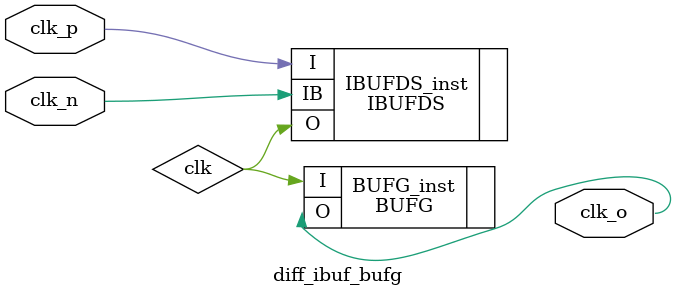
<source format=sv>

module diff_ibuf_bufg #(
  parameter DIV = 2
)(
  input   clk_n,
  input   clk_p,
  output  clk_o
);


  IBUFDS IBUFDS_inst (
     .O(clk),   // 1-bit output: Buffer output
     .I(clk_p),   // 1-bit input: Diff_p buffer input (connect directly to top-level port)
     .IB(clk_n)  // 1-bit input: Diff_n buffer input (connect directly to top-level port)
  );

  BUFG BUFG_inst (
     .O(clk_o), // 1-bit output: Clock output.
     .I(clk)  // 1-bit input: Clock input.
  );



endmodule
</source>
